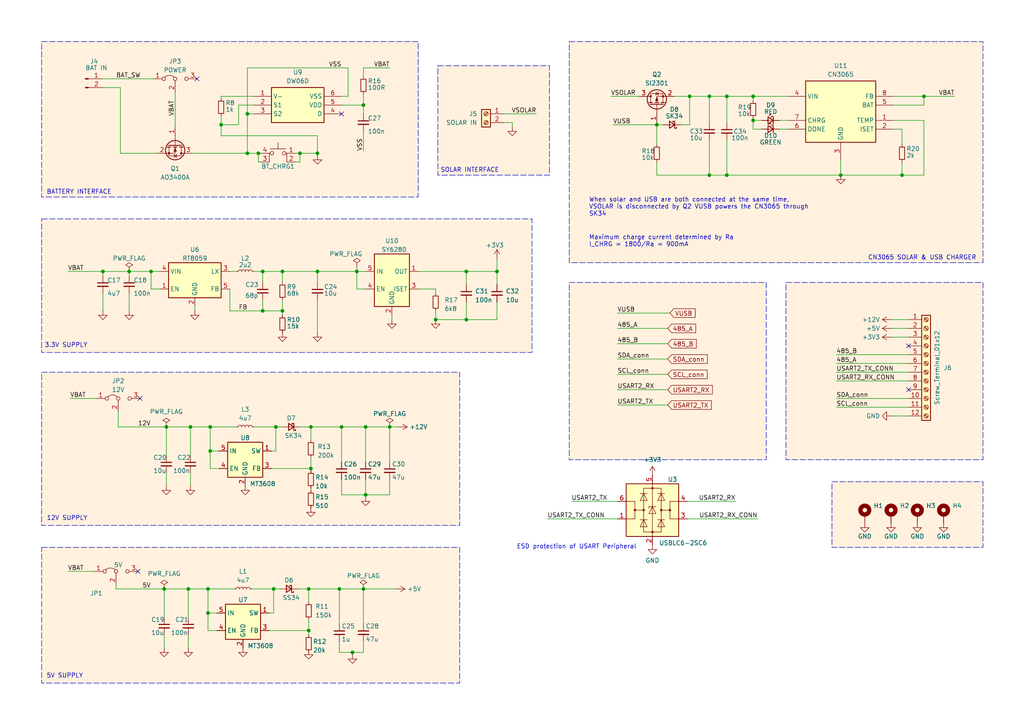
<source format=kicad_sch>
(kicad_sch (version 20230121) (generator eeschema)
  (paper "A4")
  (title_block (title "LoST 9632 Board") (date "2023-08-15") (rev "v1b") (company "SenseA Labs"))
  (junction (at 64.135 36.195))
  (junction (at 105.41 30.48))
  (junction (at 102.235 189.23))
  (junction (at 71.755 33.02))
  (junction (at 126.365 92.71))
  (junction (at 106.045 143.51))
  (junction (at 113.03 123.825))
  (junction (at 90.17 135.89))
  (junction (at 60.96 123.825))
  (junction (at 205.74 50.8))
  (junction (at 81.915 90.17))
  (junction (at 54.61 170.815))
  (junction (at 106.045 123.825))
  (junction (at 210.82 50.8))
  (junction (at 76.2 90.17))
  (junction (at 98.425 170.815))
  (junction (at 218.44 27.94))
  (junction (at 43.815 78.74))
  (junction (at 60.96 130.81))
  (junction (at 210.82 27.94))
  (junction (at 89.535 182.88))
  (junction (at 76.2 78.74))
  (junction (at 218.44 34.925))
  (junction (at 89.535 170.815))
  (junction (at 86.995 44.45))
  (junction (at 79.375 170.815))
  (junction (at 48.26 123.825))
  (junction (at 60.325 177.8))
  (junction (at 205.74 27.94))
  (junction (at 135.255 78.74))
  (junction (at 103.505 78.74))
  (junction (at 37.465 78.74))
  (junction (at 267.97 27.94))
  (junction (at 200.025 27.94))
  (junction (at 74.93 44.45))
  (junction (at 135.255 92.71))
  (junction (at 47.625 170.815))
  (junction (at 92.075 44.45))
  (junction (at 92.075 78.74))
  (junction (at 99.06 123.825))
  (junction (at 60.325 170.815))
  (junction (at 81.915 78.74))
  (junction (at 90.17 123.825))
  (junction (at 261.62 50.8))
  (junction (at 243.84 50.8))
  (junction (at 71.755 44.45))
  (junction (at 190.5 36.195))
  (junction (at 29.845 78.74))
  (junction (at 144.145 78.74))
  (junction (at 80.01 123.825))
  (junction (at 55.245 123.825))
  (junction (at 105.41 170.815))
  (no_connect (at 57.15 22.86))
  (no_connect (at 263.525 100.33))
  (no_connect (at 99.06 33.02))
  (no_connect (at 40.64 115.57))
  (no_connect (at 40.005 165.735))
  (no_connect (at 263.525 113.03))
  (wire (pts (xy 100.965 19.685) (xy 100.965 27.94)))
  (wire (pts (xy 73.025 170.815) (xy 79.375 170.815)))
  (wire (pts (xy 259.08 34.925) (xy 267.97 34.925)))
  (wire (pts (xy 90.17 141.605) (xy 90.17 142.24)))
  (wire (pts (xy 66.675 90.17) (xy 66.675 83.82)))
  (wire (pts (xy 99.06 143.51) (xy 106.045 143.51)))
  (wire (pts (xy 144.145 78.74) (xy 144.145 82.55)))
  (wire (pts (xy 144.145 92.71) (xy 135.255 92.71)))
  (wire (pts (xy 259.08 30.48) (xy 267.97 30.48)))
  (wire (pts (xy 85.725 44.45) (xy 86.995 44.45)))
  (wire (pts (xy 86.995 123.825) (xy 90.17 123.825)))
  (wire (pts (xy 73.66 33.02) (xy 71.755 33.02)))
  (wire (pts (xy 258.445 92.71) (xy 263.525 92.71)))
  (wire (pts (xy 179.07 99.695) (xy 193.675 99.695)))
  (wire (pts (xy 135.255 87.63) (xy 135.255 92.71)))
  (wire (pts (xy 29.845 22.86) (xy 44.45 22.86)))
  (wire (pts (xy 190.5 50.8) (xy 205.74 50.8)))
  (wire (pts (xy 103.505 78.74) (xy 106.045 78.74)))
  (wire (pts (xy 99.06 143.51) (xy 99.06 139.065)))
  (wire (pts (xy 64.135 39.37) (xy 64.135 36.195)))
  (wire (pts (xy 98.425 170.815) (xy 105.41 170.815)))
  (wire (pts (xy 220.98 37.465) (xy 218.44 37.465)))
  (wire (pts (xy 86.36 170.815) (xy 89.535 170.815)))
  (wire (pts (xy 55.245 123.825) (xy 60.96 123.825)))
  (wire (pts (xy 90.17 135.89) (xy 90.17 132.715)))
  (wire (pts (xy 60.325 177.8) (xy 60.325 170.815)))
  (wire (pts (xy 261.62 46.99) (xy 261.62 50.8)))
  (wire (pts (xy 76.2 90.17) (xy 81.915 90.17)))
  (wire (pts (xy 218.44 34.925) (xy 218.44 34.29)))
  (wire (pts (xy 135.255 78.74) (xy 144.145 78.74)))
  (wire (pts (xy 55.245 140.97) (xy 55.245 137.16)))
  (wire (pts (xy 200.025 36.195) (xy 200.025 27.94)))
  (wire (pts (xy 190.5 46.99) (xy 190.5 50.8)))
  (wire (pts (xy 98.425 180.975) (xy 98.425 170.815)))
  (wire (pts (xy 242.57 110.49) (xy 263.525 110.49)))
  (wire (pts (xy 190.5 35.56) (xy 190.5 36.195)))
  (wire (pts (xy 179.07 90.805) (xy 194.31 90.805)))
  (wire (pts (xy 200.025 27.94) (xy 205.74 27.94)))
  (wire (pts (xy 34.925 25.4) (xy 34.925 44.45)))
  (wire (pts (xy 79.375 177.8) (xy 79.375 170.815)))
  (wire (pts (xy 105.41 19.685) (xy 105.41 22.225)))
  (wire (pts (xy 81.915 90.17) (xy 81.915 91.44)))
  (wire (pts (xy 92.075 39.37) (xy 92.075 44.45)))
  (wire (pts (xy 218.44 27.94) (xy 218.44 29.21)))
  (wire (pts (xy 78.74 135.89) (xy 90.17 135.89)))
  (wire (pts (xy 73.66 123.825) (xy 80.01 123.825)))
  (wire (pts (xy 146.05 35.56) (xy 148.59 35.56)))
  (wire (pts (xy 99.06 30.48) (xy 105.41 30.48)))
  (wire (pts (xy 190.5 41.91) (xy 190.5 36.195)))
  (wire (pts (xy 105.41 180.975) (xy 105.41 170.815)))
  (wire (pts (xy 199.39 150.495) (xy 219.71 150.495)))
  (wire (pts (xy 242.57 107.95) (xy 263.525 107.95)))
  (wire (pts (xy 242.57 115.57) (xy 263.525 115.57)))
  (wire (pts (xy 106.045 83.82) (xy 103.505 83.82)))
  (wire (pts (xy 113.03 123.825) (xy 106.045 123.825)))
  (wire (pts (xy 55.88 44.45) (xy 71.755 44.45)))
  (wire (pts (xy 19.685 78.74) (xy 29.845 78.74)))
  (wire (pts (xy 102.235 189.23) (xy 105.41 189.23)))
  (wire (pts (xy 71.755 19.685) (xy 71.755 33.02)))
  (wire (pts (xy 179.07 117.475) (xy 193.675 117.475)))
  (wire (pts (xy 98.425 189.23) (xy 102.235 189.23)))
  (wire (pts (xy 218.44 34.925) (xy 220.98 34.925)))
  (wire (pts (xy 47.625 187.96) (xy 47.625 184.15)))
  (wire (pts (xy 226.06 34.925) (xy 228.6 34.925)))
  (wire (pts (xy 81.915 86.995) (xy 81.915 90.17)))
  (wire (pts (xy 89.535 170.815) (xy 89.535 174.625)))
  (wire (pts (xy 48.26 123.825) (xy 55.245 123.825)))
  (wire (pts (xy 92.075 86.995) (xy 92.075 96.52)))
  (wire (pts (xy 54.61 187.96) (xy 54.61 184.15)))
  (wire (pts (xy 46.355 83.82) (xy 43.815 83.82)))
  (wire (pts (xy 69.215 36.195) (xy 64.135 36.195)))
  (wire (pts (xy 62.865 182.88) (xy 60.325 182.88)))
  (wire (pts (xy 205.74 50.8) (xy 210.82 50.8)))
  (wire (pts (xy 259.08 37.465) (xy 261.62 37.465)))
  (wire (pts (xy 144.145 87.63) (xy 144.145 92.71)))
  (wire (pts (xy 29.845 90.17) (xy 29.845 85.09)))
  (wire (pts (xy 92.075 39.37) (xy 64.135 39.37)))
  (wire (pts (xy 113.03 133.985) (xy 113.03 123.825)))
  (wire (pts (xy 261.62 50.8) (xy 243.84 50.8)))
  (wire (pts (xy 60.96 123.825) (xy 68.58 123.825)))
  (wire (pts (xy 78.105 182.88) (xy 89.535 182.88)))
  (wire (pts (xy 218.44 27.94) (xy 228.6 27.94)))
  (wire (pts (xy 48.26 123.825) (xy 48.26 132.08)))
  (wire (pts (xy 73.66 78.74) (xy 76.2 78.74)))
  (wire (pts (xy 92.075 44.45) (xy 92.075 45.085)))
  (wire (pts (xy 102.235 189.865) (xy 102.235 189.23)))
  (wire (pts (xy 71.755 33.02) (xy 71.755 44.45)))
  (wire (pts (xy 135.255 82.55) (xy 135.255 78.74)))
  (wire (pts (xy 63.5 130.81) (xy 60.96 130.81)))
  (wire (pts (xy 90.17 123.825) (xy 90.17 127.635)))
  (wire (pts (xy 113.03 143.51) (xy 113.03 139.065)))
  (wire (pts (xy 267.97 30.48) (xy 267.97 27.94)))
  (wire (pts (xy 85.725 46.99) (xy 86.995 46.99)))
  (wire (pts (xy 210.82 40.64) (xy 210.82 50.8)))
  (wire (pts (xy 179.07 95.25) (xy 193.675 95.25)))
  (wire (pts (xy 90.17 136.525) (xy 90.17 135.89)))
  (wire (pts (xy 242.57 102.87) (xy 263.525 102.87)))
  (wire (pts (xy 205.74 35.56) (xy 205.74 27.94)))
  (wire (pts (xy 190.5 36.195) (xy 192.405 36.195)))
  (wire (pts (xy 29.845 78.74) (xy 37.465 78.74)))
  (wire (pts (xy 47.625 170.815) (xy 47.625 179.07)))
  (wire (pts (xy 158.75 150.495) (xy 179.07 150.495)))
  (wire (pts (xy 99.06 133.985) (xy 99.06 123.825)))
  (wire (pts (xy 78.105 177.8) (xy 79.375 177.8)))
  (wire (pts (xy 126.365 92.71) (xy 126.365 90.17)))
  (wire (pts (xy 73.66 30.48) (xy 69.215 30.48)))
  (wire (pts (xy 126.365 83.82) (xy 126.365 85.09)))
  (wire (pts (xy 19.685 165.735) (xy 27.305 165.735)))
  (wire (pts (xy 210.82 27.94) (xy 218.44 27.94)))
  (wire (pts (xy 135.255 92.71) (xy 126.365 92.71)))
  (wire (pts (xy 60.325 170.815) (xy 67.945 170.815)))
  (wire (pts (xy 76.2 90.17) (xy 76.2 86.995)))
  (wire (pts (xy 105.41 189.23) (xy 105.41 186.055)))
  (wire (pts (xy 177.8 36.195) (xy 190.5 36.195)))
  (wire (pts (xy 121.285 78.74) (xy 135.255 78.74)))
  (wire (pts (xy 69.215 30.48) (xy 69.215 36.195)))
  (wire (pts (xy 33.655 170.815) (xy 47.625 170.815)))
  (wire (pts (xy 267.97 34.925) (xy 267.97 50.8)))
  (wire (pts (xy 89.535 189.23) (xy 89.535 188.595)))
  (wire (pts (xy 210.82 27.94) (xy 210.82 35.56)))
  (wire (pts (xy 60.325 182.88) (xy 60.325 177.8)))
  (wire (pts (xy 50.8 26.67) (xy 50.8 36.83)))
  (wire (pts (xy 103.505 77.47) (xy 103.505 78.74)))
  (wire (pts (xy 267.97 50.8) (xy 261.62 50.8)))
  (wire (pts (xy 80.01 123.825) (xy 81.915 123.825)))
  (wire (pts (xy 37.465 80.01) (xy 37.465 78.74)))
  (wire (pts (xy 226.06 37.465) (xy 228.6 37.465)))
  (wire (pts (xy 81.915 78.74) (xy 92.075 78.74)))
  (wire (pts (xy 205.74 27.94) (xy 210.82 27.94)))
  (wire (pts (xy 218.44 37.465) (xy 218.44 34.925)))
  (wire (pts (xy 106.045 143.51) (xy 106.045 144.145)))
  (wire (pts (xy 199.39 145.415) (xy 213.36 145.415)))
  (wire (pts (xy 43.815 83.82) (xy 43.815 78.74)))
  (wire (pts (xy 179.07 104.14) (xy 193.675 104.14)))
  (wire (pts (xy 54.61 170.815) (xy 54.61 179.07)))
  (wire (pts (xy 195.58 27.94) (xy 200.025 27.94)))
  (wire (pts (xy 99.06 123.825) (xy 90.17 123.825)))
  (wire (pts (xy 197.485 36.195) (xy 200.025 36.195)))
  (wire (pts (xy 106.045 143.51) (xy 113.03 143.51)))
  (wire (pts (xy 76.2 78.74) (xy 76.2 81.915)))
  (wire (pts (xy 89.535 182.88) (xy 89.535 179.705)))
  (wire (pts (xy 78.74 130.81) (xy 80.01 130.81)))
  (wire (pts (xy 64.135 27.94) (xy 64.135 28.575)))
  (wire (pts (xy 267.97 27.94) (xy 276.86 27.94)))
  (wire (pts (xy 64.135 36.195) (xy 64.135 33.655)))
  (wire (pts (xy 47.625 170.815) (xy 54.61 170.815)))
  (wire (pts (xy 92.075 78.74) (xy 103.505 78.74)))
  (wire (pts (xy 179.07 113.03) (xy 193.675 113.03)))
  (wire (pts (xy 179.07 108.585) (xy 193.675 108.585)))
  (wire (pts (xy 74.93 46.99) (xy 75.565 46.99)))
  (wire (pts (xy 34.925 44.45) (xy 45.72 44.45)))
  (wire (pts (xy 98.425 186.055) (xy 98.425 189.23)))
  (wire (pts (xy 210.82 50.8) (xy 243.84 50.8)))
  (wire (pts (xy 243.84 50.8) (xy 243.84 46.355)))
  (wire (pts (xy 54.61 170.815) (xy 60.325 170.815)))
  (wire (pts (xy 74.93 46.99) (xy 74.93 44.45)))
  (wire (pts (xy 63.5 135.89) (xy 60.96 135.89)))
  (wire (pts (xy 99.06 123.825) (xy 106.045 123.825)))
  (wire (pts (xy 121.285 83.82) (xy 126.365 83.82)))
  (wire (pts (xy 86.995 46.99) (xy 86.995 44.45)))
  (wire (pts (xy 103.505 83.82) (xy 103.505 78.74)))
  (wire (pts (xy 29.845 25.4) (xy 34.925 25.4)))
  (wire (pts (xy 81.915 78.74) (xy 81.915 81.915)))
  (wire (pts (xy 261.62 37.465) (xy 261.62 41.91)))
  (wire (pts (xy 105.41 170.815) (xy 114.935 170.815)))
  (wire (pts (xy 106.045 133.985) (xy 106.045 123.825)))
  (wire (pts (xy 66.675 78.74) (xy 68.58 78.74)))
  (wire (pts (xy 105.41 30.48) (xy 105.41 33.02)))
  (wire (pts (xy 242.57 118.11) (xy 263.525 118.11)))
  (wire (pts (xy 74.93 44.45) (xy 75.565 44.45)))
  (wire (pts (xy 205.74 40.64) (xy 205.74 50.8)))
  (wire (pts (xy 98.425 170.815) (xy 89.535 170.815)))
  (wire (pts (xy 76.2 78.74) (xy 81.915 78.74)))
  (wire (pts (xy 100.965 27.94) (xy 99.06 27.94)))
  (wire (pts (xy 105.41 38.1) (xy 105.41 43.815)))
  (wire (pts (xy 113.665 92.71) (xy 113.665 91.44)))
  (wire (pts (xy 60.96 135.89) (xy 60.96 130.81)))
  (wire (pts (xy 29.845 80.01) (xy 29.845 78.74)))
  (wire (pts (xy 258.445 95.25) (xy 263.525 95.25)))
  (wire (pts (xy 60.96 130.81) (xy 60.96 123.825)))
  (wire (pts (xy 92.075 78.74) (xy 92.075 81.915)))
  (wire (pts (xy 106.045 139.065) (xy 106.045 143.51)))
  (wire (pts (xy 55.245 123.825) (xy 55.245 132.08)))
  (wire (pts (xy 144.145 74.93) (xy 144.145 78.74)))
  (wire (pts (xy 33.655 169.545) (xy 33.655 170.815)))
  (wire (pts (xy 165.735 145.415) (xy 179.07 145.415)))
  (wire (pts (xy 258.445 97.79) (xy 263.525 97.79)))
  (wire (pts (xy 34.29 119.38) (xy 34.29 123.825)))
  (wire (pts (xy 71.755 44.45) (xy 74.93 44.45)))
  (wire (pts (xy 66.675 90.17) (xy 76.2 90.17)))
  (wire (pts (xy 115.57 123.825) (xy 113.03 123.825)))
  (wire (pts (xy 148.59 35.56) (xy 148.59 36.83)))
  (wire (pts (xy 79.375 170.815) (xy 81.28 170.815)))
  (wire (pts (xy 86.995 44.45) (xy 92.075 44.45)))
  (wire (pts (xy 73.66 27.94) (xy 64.135 27.94)))
  (wire (pts (xy 242.57 105.41) (xy 263.525 105.41)))
  (wire (pts (xy 37.465 78.74) (xy 43.815 78.74)))
  (wire (pts (xy 34.29 123.825) (xy 48.26 123.825)))
  (wire (pts (xy 37.465 90.17) (xy 37.465 85.09)))
  (wire (pts (xy 71.755 19.685) (xy 100.965 19.685)))
  (wire (pts (xy 62.865 177.8) (xy 60.325 177.8)))
  (wire (pts (xy 20.32 115.57) (xy 27.94 115.57)))
  (wire (pts (xy 48.26 140.97) (xy 48.26 137.16)))
  (wire (pts (xy 89.535 184.15) (xy 89.535 182.88)))
  (wire (pts (xy 267.97 27.94) (xy 259.08 27.94)))
  (wire (pts (xy 43.815 78.74) (xy 46.355 78.74)))
  (wire (pts (xy 177.165 27.94) (xy 185.42 27.94)))
  (wire (pts (xy 113.03 19.685) (xy 105.41 19.685)))
  (wire (pts (xy 258.445 120.65) (xy 263.525 120.65)))
  (wire (pts (xy 146.05 33.02) (xy 155.575 33.02)))
  (wire (pts (xy 56.515 90.17) (xy 56.515 88.9)))
  (wire (pts (xy 80.01 130.81) (xy 80.01 123.825)))
  (wire (pts (xy 105.41 27.305) (xy 105.41 30.48)))
  (rectangle (start 12.065 12.065) (end 121.285 57.15) (stroke (width 0) (type dash)) (fill (type color) (color 255 229 191 0.5)))
  (rectangle (start 127 19.05) (end 159.385 50.8) (stroke (width 0) (type dash)) (fill (type color) (color 255 229 191 0.5)))
  (rectangle (start 241.3 139.7) (end 285.115 158.75) (stroke (width 0) (type dash)) (fill (type color) (color 255 229 191 0.5)))
  (rectangle (start 227.965 81.915) (end 285.115 133.35) (stroke (width 0) (type dash)) (fill (type color) (color 255 229 191 0.5)))
  (rectangle (start 12.065 107.95) (end 133.35 152.4) (stroke (width 0) (type dash)) (fill (type color) (color 255 229 191 0.5)))
  (rectangle (start 165.1 12.065) (end 285.115 76.2) (stroke (width 0) (type dash)) (fill (type color) (color 255 229 191 0.5)))
  (rectangle (start 12.065 158.75) (end 133.35 198.12) (stroke (width 0) (type dash)) (fill (type color) (color 255 229 191 0.5)))
  (rectangle (start 12.065 63.5) (end 154.305 102.235) (stroke (width 0) (type dash)) (fill (type color) (color 255 229 191 0.5)))
  (rectangle (start 165.1 81.915) (end 222.25 133.35) (stroke (width 0) (type dash)) (fill (type color) (color 255 229 191 0.5)))
  (text "5V SUPPLY" (at 24.13 196.85 0) (effects (font (size 1.27 1.27)) (justify right bottom)))
  (text "BATTERY INTERFACE" (at 32.385 56.515 0) (effects (font (size 1.27 1.27)) (justify right bottom)))
  (text "3.3V SUPPLY" (at 25.4 100.965 0) (effects (font (size 1.27 1.27)) (justify right bottom)))
  (text "ESD protection of USART Peripheral" (at 149.86 159.385 0) (effects (font (size 1.27 1.27)) (justify left bottom)))
  (text "SOLAR INTERFACE" (at 144.78 50.165 0) (effects (font (size 1.27 1.27)) (justify right bottom)))
  (text "CN3065 SOLAR & USB CHARGER" (at 283.21 75.565 0) (effects (font (size 1.27 1.27)) (justify right bottom)))
  (text "12V SUPPLY" (at 25.4 151.13 0) (effects (font (size 1.27 1.27)) (justify right bottom)))
  (text "Maximum charge current determined by Ra\nI_CHRG = 1800/Ra = 900mA" (at 170.815 71.755 0) (effects (font (size 1.27 1.27)) (justify left bottom)))
  (text "When solar and USB are both connected at the same time,\nVSOLAR is disconnected by Q2 VUSB powers the CN3065 through\nSK34" (at 170.815 62.865 0) (effects (font (size 1.27 1.27)) (justify left bottom)))
  (label "VBAT" (at 276.86 27.94 180))
  (label "FB" (at 69.215 90.17 0))
  (label "SCL_conn" (at 242.57 118.11 0))
  (label "5V" (at 41.275 170.815 0))
  (label "USART2_TX_CONN" (at 242.57 107.95 0))
  (label "VSOLAR" (at 155.575 33.02 180))
  (label "VSOLAR" (at 177.165 27.94 0))
  (label "SCL_conn" (at 179.07 108.585 0))
  (label "VBAT" (at 19.685 78.74 0))
  (label "USART2_TX" (at 165.735 145.415 0))
  (label "VBAT" (at 20.32 115.57 0))
  (label "USART2_RX_CONN" (at 219.71 150.495 180))
  (label "USART2_RX" (at 179.07 113.03 0))
  (label "USART2_TX" (at 179.07 117.475 0))
  (label "VUSB" (at 179.07 90.805 0))
  (label "SDA_conn" (at 242.57 115.57 0))
  (label "USART2_RX_CONN" (at 242.57 110.49 0))
  (label "12V" (at 40.005 123.825 0))
  (label "VSS" (at 105.41 43.815 90))
  (label "USART2_RX" (at 213.36 145.415 180))
  (label "485_B" (at 242.57 102.87 0))
  (label "VUSB" (at 177.8 36.195 0))
  (label "VSS" (at 99.06 19.685 180))
  (label "VBAT" (at 19.685 165.735 0))
  (label "485_A" (at 242.57 105.41 0))
  (label "USART2_TX_CONN" (at 158.75 150.495 0))
  (label "VBAT" (at 50.8 33.655 90))
  (label "485_B" (at 179.07 99.695 0))
  (label "VBAT" (at 113.03 19.685 180))
  (label "SDA_conn" (at 179.07 104.14 0))
  (label "BAT_SW" (at 33.655 22.86 0))
  (label "485_A" (at 179.07 95.25 0))
  (global_label "485_A" (shape input) (at 193.675 95.25 0) (property "Intersheetrefs" "${INTERSHEET_REFS}" (effects hide)))
  (global_label "VUSB" (shape input) (at 194.31 90.805 0) (property "Intersheetrefs" "${INTERSHEET_REFS}" (effects hide)))
  (global_label "SCL_conn" (shape input) (at 193.675 108.585 0) (property "Intersheetrefs" "${INTERSHEET_REFS}" (effects hide)))
  (global_label "SDA_conn" (shape input) (at 193.675 104.14 0) (property "Intersheetrefs" "${INTERSHEET_REFS}" (effects hide)))
  (global_label "USART2_RX" (shape input) (at 193.675 113.03 0) (property "Intersheetrefs" "${INTERSHEET_REFS}" (effects hide)))
  (global_label "USART2_TX" (shape input) (at 193.675 117.475 0) (property "Intersheetrefs" "${INTERSHEET_REFS}" (effects hide)))
  (global_label "485_B" (shape input) (at 193.675 99.695 0) (property "Intersheetrefs" "${INTERSHEET_REFS}" (effects hide)))
  (symbol (lib_id "power:+12V") (at 115.57 123.825 270) (unit 1)
    (property "Reference" "#PWR054" (effects hide))
    (property "Value" "+12V" (at 118.745 123.825 90) (effects (justify left)))
    (instances (project "STM32 x RFM96 v2" (path "" (reference "#PWR054") (unit 1))) (project "NPK_Board" (path "" (reference "#PWR017") (unit 1)) (path "" (reference "#PWR028") (unit 1))) (project "NPK_Board x RFM96" (path "" (reference "#PWR054") (unit 1))))
  )
  (symbol (lib_id "Device:D_Schottky_Small") (at 194.945 36.195 180) (unit 1)
    (property "Reference" "D8" (at 195.58 31.75 0))
    (property "Value" "SK34" (at 195.58 33.655 0))
    (property "Footprint" "Diode_SMD:D_0603_1608Metric" (effects hide))
    (property "Datasheet" "https://datasheet.lcsc.com/lcsc/2208221800_MSKSEMI-SK34_C5140034.pdf" (effects hide))
    (instances (project "STM32 x RFM96 v2" (path "" (reference "D8") (unit 1))) (project "NPK_Board" (path "" (reference "D2") (unit 1)) (path "" (reference "D2") (unit 1))) (project "NPK_Board x RFM96" (path "" (reference "D8") (unit 1))))
  )
  (symbol (lib_id "Device:L_Small") (at 71.12 123.825 90) (unit 1)
    (property "Reference" "L3" (at 71.12 118.745 90))
    (property "Value" "4u7" (at 71.12 121.285 90))
    (property "Footprint" "Inductor_SMD:L_Sunlord_SWPA4030S" (effects hide))
    (instances (project "STM32 x RFM96 v2" (path "" (reference "L3") (unit 1))) (project "NPK_Board" (path "" (reference "L3") (unit 1)) (path "" (reference "L3") (unit 1))) (project "NPK_Board x RFM96" (path "" (reference "L3") (unit 1))) (project "STLoRa_Carrier_Board" (path "" (reference "L1") (unit 1))))
  )
  (symbol (lib_id "Device:LED_Small") (at 223.52 34.925 0) (mirror y) (unit 1)
    (property "Reference" "D9" (at 223.52 30.48 0))
    (property "Value" "RED" (at 223.52 32.385 0))
    (property "Footprint" "LED_SMD:LED_0603_1608Metric" (effects hide))
    (instances (project "STM32 x RFM96 v2" (path "" (reference "D9") (unit 1))) (project "NPK_Board x RFM96" (path "" (reference "D2") (unit 1)) (path "" (reference "D9") (unit 1))))
  )
  (symbol (lib_id "Jumper:Jumper_3_Bridged12") (at 33.655 165.735 0) (unit 1)
    (property "Reference" "JP1" (at 27.94 172.085 0))
    (property "Value" "5V" (at 34.29 163.83 0))
    (property "Footprint" "Connector_PinHeader_2.54mm:PinHeader_1x03_P2.54mm_Vertical" (effects hide))
  )
  (symbol (lib_id "Device:R_Small") (at 105.41 24.765 0) (unit 1)
    (property "Reference" "R16" (at 106.68 23.495 0) (effects (justify left)))
    (property "Value" "100R" (at 106.68 25.4 0) (effects (justify left)))
    (property "Footprint" "Resistor_SMD:R_0603_1608Metric" (effects hide))
    (instances (project "STM32 x RFM96 v2" (path "" (reference "R16") (unit 1))) (project "NPK_Board" (path "" (reference "R1") (unit 1)) (path "" (reference "R2") (unit 1))) (project "NPK_Board x RFM96" (path "" (reference "R16") (unit 1))) (project "STLoRa_Carrier_Board" (path "" (reference "R1") (unit 1))))
  )
  (symbol (lib_id "Mechanical:MountingHole_Pad") (at 258.445 149.225 0) (unit 1)
    (property "Reference" "H2" (at 260.985 146.685 0) (effects (justify left)))
    (property "Value" "MountingHole_Pad" (effects hide))
    (property "Footprint" "MountingHole:MountingHole_2.2mm_M2_Pad" (effects hide))
  )
  (symbol (lib_id "Device:R_Small") (at 90.17 144.78 0) (mirror y) (unit 1)
    (property "Reference" "R15" (at 91.44 144.145 0) (effects (justify right)))
    (property "Value" "510" (at 91.44 146.685 0) (effects (justify right)))
    (property "Footprint" "Resistor_SMD:R_0603_1608Metric" (effects hide))
    (instances (project "STM32 x RFM96 v2" (path "" (reference "R15") (unit 1))) (project "NPK_Board" (path "" (reference "R8") (unit 1)) (path "" (reference "R8") (unit 1))) (project "NPK_Board x RFM96" (path "" (reference "R15") (unit 1))) (project "STLoRa_Carrier_Board" (path "" (reference "R3") (unit 1))))
  )
  (symbol (lib_id "power:GND") (at 273.685 151.765 0) (unit 1)
    (property "Reference" "#PWR066" (effects hide))
    (property "Value" "GND" (at 273.685 155.575 0))
  )
  (symbol (lib_id "power:GND") (at 89.535 188.595 0) (mirror y) (unit 1)
    (property "Reference" "#PWR046" (effects hide))
    (property "Value" "GND" (effects hide))
    (instances (project "STM32 x RFM96 v2" (path "" (reference "#PWR046") (unit 1))) (project "NPK_Board" (path "" (reference "#PWR028") (unit 1)) (path "" (reference "#PWR022") (unit 1))) (project "NPK_Board x RFM96" (path "" (reference "#PWR046") (unit 1))) (project "STLoRa_Carrier_Board" (path "" (reference "#PWR06") (unit 1))))
  )
  (symbol (lib_id "power:GND") (at 243.84 50.8 0) (unit 1)
    (property "Reference" "#PWR058" (effects hide))
    (property "Value" "GND" (effects hide))
    (instances (project "STM32 x RFM96 v2" (path "" (reference "#PWR058") (unit 1))) (project "NPK_Board" (path "" (reference "#PWR015") (unit 1)) (path "" (reference "#PWR09") (unit 1))) (project "NPK_Board x RFM96" (path "" (reference "#PWR058") (unit 1))) (project "STLoRa_Carrier_Board" (path "" (reference "#PWR07") (unit 1))))
  )
  (symbol (lib_id "Device:C_Small") (at 113.03 136.525 0) (unit 1)
    (property "Reference" "C30" (at 113.665 134.62 0) (effects (justify left)))
    (property "Value" "47u" (at 113.665 138.43 0) (effects (justify left)))
    (property "Footprint" "Capacitor_SMD:C_0805_2012Metric" (effects hide))
    (instances (project "STM32 x RFM96 v2" (path "" (reference "C30") (unit 1))) (project "NPK_Board" (path "" (reference "C26") (unit 1)) (path "" (reference "C26") (unit 1))) (project "NPK_Board x RFM96" (path "" (reference "C30") (unit 1))) (project "STLoRa_Carrier_Board" (path "" (reference "C3") (unit 1))))
  )
  (symbol (lib_id "power:GND") (at 70.485 187.96 0) (mirror y) (unit 1)
    (property "Reference" "#PWR043" (effects hide))
    (property "Value" "GND" (effects hide))
    (instances (project "STM32 x RFM96 v2" (path "" (reference "#PWR043") (unit 1))) (project "NPK_Board" (path "" (reference "#PWR022") (unit 1)) (path "" (reference "#PWR021") (unit 1))) (project "NPK_Board x RFM96" (path "" (reference "#PWR043") (unit 1))) (project "STLoRa_Carrier_Board" (path "" (reference "#PWR06") (unit 1))))
  )
  (symbol (lib_id "Device:R_Small") (at 218.44 31.75 0) (unit 1)
    (property "Reference" "R19" (at 213.995 31.115 0) (effects (justify left)))
    (property "Value" "10k" (at 213.995 33.02 0) (effects (justify left)))
    (property "Footprint" "Resistor_SMD:R_0603_1608Metric" (effects hide))
    (instances (project "STM32 x RFM96 v2" (path "" (reference "R19") (unit 1))) (project "NPK_Board" (path "" (reference "R3") (unit 1)) (path "" (reference "R1") (unit 1))) (project "NPK_Board x RFM96" (path "" (reference "R19") (unit 1))) (project "STLoRa_Carrier_Board" (path "" (reference "R3") (unit 1))))
  )
  (symbol (lib_id "power:GND") (at 113.665 92.71 0) (unit 1)
    (property "Reference" "#PWR052" (effects hide))
    (property "Value" "GND" (effects hide))
    (instances (project "STM32 x RFM96 v2" (path "" (reference "#PWR052") (unit 1))) (project "NPK_Board" (path "" (reference "#PWR016") (unit 1)) (path "" (reference "#PWR015") (unit 1))) (project "NPK_Board x RFM96" (path "" (reference "#PWR052") (unit 1))) (project "STLoRa_Carrier_Board" (path "" (reference "#PWR06") (unit 1))))
  )
  (symbol (lib_id "Regulator_Switching:MT3608") (at 70.485 180.34 0) (unit 1)
    (property "Reference" "U7" (at 70.485 173.99 0))
    (property "Value" "MT3608" (at 75.565 187.325 0))
    (property "Footprint" "Package_TO_SOT_SMD:SOT-23-6" (effects hide))
    (property "Datasheet" "https://www.olimex.com/Products/Breadboarding/BB-PWR-3608/resources/MT3608.pdf" (effects hide))
    (instances (project "STM32 x RFM96 v2" (path "" (reference "U7") (unit 1))) (project "NPK_Board" (path "" (reference "U3") (unit 1)) (path "" (reference "U3") (unit 1))) (project "NPK_Board x RFM96" (path "" (reference "U7") (unit 1))))
  )
  (symbol (lib_id "power:PWR_FLAG") (at 47.625 170.815 0) (unit 1)
    (property "Reference" "#FLG04" (effects hide))
    (property "Value" "PWR_FLAG" (at 47.625 166.37 0))
  )
  (symbol (lib_id "Connector:Screw_Terminal_01x02") (at 140.97 33.02 0) (mirror y) (unit 1)
    (property "Reference" "J5" (at 138.43 33.02 0) (effects (justify left)))
    (property "Value" "SOLAR IN" (at 138.43 35.56 0) (effects (justify left)))
    (property "Footprint" "TerminalBlock_Phoenix:TerminalBlock_Phoenix_MPT-0,5-2-2.54_1x02_P2.54mm_Horizontal" (effects hide))
  )
  (symbol (lib_id "Device:D_Schottky_Small") (at 83.82 170.815 180) (unit 1)
    (property "Reference" "D6" (at 83.82 168.275 0))
    (property "Value" "SS34" (at 84.455 173.355 0))
    (property "Footprint" "Diode_SMD:D_0603_1608Metric" (effects hide))
    (property "Datasheet" "https://datasheet.lcsc.com/lcsc/2110280930_YONGYUTAI-SS34_C2909963.pdf" (effects hide))
    (instances (project "STM32 x RFM96 v2" (path "" (reference "D6") (unit 1))) (project "NPK_Board" (path "" (reference "D2") (unit 1)) (path "" (reference "D2") (unit 1))) (project "NPK_Board x RFM96" (path "" (reference "D6") (unit 1))))
  )
  (symbol (lib_id "power:GND") (at 126.365 92.71 0) (unit 1)
    (property "Reference" "#PWR055" (effects hide))
    (property "Value" "GND" (effects hide))
    (instances (project "STM32 x RFM96 v2" (path "" (reference "#PWR055") (unit 1))) (project "NPK_Board" (path "" (reference "#PWR015") (unit 1)) (path "" (reference "#PWR09") (unit 1))) (project "NPK_Board x RFM96" (path "" (reference "#PWR055") (unit 1))) (project "STLoRa_Carrier_Board" (path "" (reference "#PWR07") (unit 1))))
  )
  (symbol (lib_id "Device:C_Small") (at 144.145 85.09 0) (unit 1)
    (property "Reference" "C32" (at 146.685 84.4613 0) (effects (justify left)))
    (property "Value" "10u" (at 146.685 87.0013 0) (effects (justify left)))
    (property "Footprint" "Capacitor_SMD:C_0603_1608Metric" (effects hide))
    (instances (project "STM32 x RFM96 v2" (path "" (reference "C32") (unit 1))) (project "NPK_Board" (path "" (reference "C19") (unit 1)) (path "" (reference "C7") (unit 1))) (project "NPK_Board x RFM96" (path "" (reference "C32") (unit 1))) (project "STLoRa_Carrier_Board" (path "" (reference "C6") (unit 1))))
  )
  (symbol (lib_id "Transistor_FET:Si2319CDS") (at 190.5 30.48 90) (unit 1)
    (property "Reference" "Q2" (at 190.5 21.59 90))
    (property "Value" "SI2301" (at 190.5 24.13 90))
    (property "Footprint" "Package_TO_SOT_SMD:SOT-23" (effects hide))
    (property "Datasheet" "https://datasheet.lcsc.com/lcsc/1808272021_Vishay-Intertech-SI2301CDS-T1-GE3_C10487.pdf" (effects hide))
  )
  (symbol (lib_id "Mechanical:MountingHole_Pad") (at 273.685 149.225 0) (unit 1)
    (property "Reference" "H4" (at 276.225 146.685 0) (effects (justify left)))
    (property "Value" "MountingHole_Pad" (effects hide))
    (property "Footprint" "MountingHole:MountingHole_2.2mm_M2_Pad" (effects hide))
  )
  (symbol (lib_id "power:+3V3") (at 144.145 74.93 0) (unit 1)
    (property "Reference" "#PWR056" (effects hide))
    (property "Value" "+3V3" (at 143.51 71.12 0))
  )
  (symbol (lib_id "power:+3V3") (at 189.23 137.795 0) (unit 1)
    (property "Reference" "#PWR067" (effects hide))
    (property "Value" "+3V3" (at 189.23 133.35 0))
    (instances (project "STM32 x RFM96 v2" (path "" (reference "#PWR067") (unit 1))) (project "NPK_Board x RFM96" (path "" (reference "#PWR062") (unit 1))))
  )
  (symbol (lib_id "Device:L_Small") (at 70.485 170.815 90) (unit 1)
    (property "Reference" "L1" (at 70.485 165.735 90))
    (property "Value" "4u7" (at 70.485 168.275 90))
    (property "Footprint" "Inductor_SMD:L_Sunlord_SWPA4030S" (effects hide))
    (instances (project "STM32 x RFM96 v2" (path "" (reference "L1") (unit 1))) (project "NPK_Board" (path "" (reference "L3") (unit 1)) (path "" (reference "L3") (unit 1))) (project "NPK_Board x RFM96" (path "" (reference "L1") (unit 1))) (project "STLoRa_Carrier_Board" (path "" (reference "L1") (unit 1))))
  )
  (symbol (lib_id "Device:C_Small") (at 76.2 84.455 0) (unit 1)
    (property "Reference" "C23" (at 71.12 82.55 0) (effects (justify left)))
    (property "Value" "68p" (at 71.12 85.725 0) (effects (justify left)))
    (property "Footprint" "Capacitor_SMD:C_0402_1005Metric" (effects hide))
    (instances (project "STM32 x RFM96 v2" (path "" (reference "C23") (unit 1))) (project "NPK_Board" (path "" (reference "C5") (unit 1)) (path "" (reference "C19") (unit 1))) (project "NPK_Board x RFM96" (path "" (reference "C23") (unit 1))) (project "STLoRa_Carrier_Board" (path "" (reference "C2") (unit 1))))
  )
  (symbol (lib_id "power:GND") (at 266.065 151.765 0) (unit 1)
    (property "Reference" "#PWR065" (effects hide))
    (property "Value" "GND" (at 266.065 155.575 0))
  )
  (symbol (lib_id "Device:C_Small") (at 47.625 181.61 0) (unit 1)
    (property "Reference" "C19" (at 43.815 179.705 0) (effects (justify left)))
    (property "Value" "10u" (at 43.815 183.515 0) (effects (justify left)))
    (property "Footprint" "Capacitor_SMD:C_0603_1608Metric" (effects hide))
    (instances (project "STM32 x RFM96 v2" (path "" (reference "C19") (unit 1))) (project "NPK_Board" (path "" (reference "C21") (unit 1)) (path "" (reference "C21") (unit 1))) (project "NPK_Board x RFM96" (path "" (reference "C19") (unit 1))) (project "STLoRa_Carrier_Board" (path "" (reference "C3") (unit 1))))
  )
  (symbol (lib_id "power:GND") (at 56.515 90.17 0) (unit 1)
    (property "Reference" "#PWR042" (effects hide))
    (property "Value" "GND" (effects hide))
    (instances (project "STM32 x RFM96 v2" (path "" (reference "#PWR042") (unit 1))) (project "NPK_Board" (path "" (reference "#PWR07") (unit 1)) (path "" (reference "#PWR08") (unit 1))) (project "NPK_Board x RFM96" (path "" (reference "#PWR042") (unit 1))) (project "STLoRa_Carrier_Board" (path "" (reference "#PWR03") (unit 1))))
  )
  (symbol (lib_id "Collins_Custom_Libs:RT8059") (at 56.515 81.28 0) (unit 1)
    (property "Reference" "U6" (at 56.515 72.39 0))
    (property "Value" "RT8059" (at 56.515 74.93 0))
    (property "Footprint" "Package_TO_SOT_SMD:SOT-23-5" (effects hide))
    (property "Datasheet" "https://datasheet.lcsc.com/lcsc/1811100910_Richtek-Tech-RT8059GJ5_C20542.pdf" (effects hide))
    (instances (project "STM32 x RFM96 v2" (path "" (reference "U6") (unit 1))) (project "NPK_Board" (path "" (reference "U1") (unit 1)) (path "" (reference "U1") (unit 1))) (project "NPK_Board x RFM96" (path "" (reference "U6") (unit 1))) (project "STLoRa_Carrier_Board" (path "" (reference "U1") (unit 1))))
  )
  (symbol (lib_id "power:GND") (at 92.075 45.085 0) (unit 1)
    (property "Reference" "#PWR048" (effects hide))
    (property "Value" "GND" (effects hide))
    (instances (project "STM32 x RFM96 v2" (path "" (reference "#PWR048") (unit 1))) (project "NPK_Board" (path "" (reference "#PWR07") (unit 1)) (path "" (reference "#PWR08") (unit 1))) (project "NPK_Board x RFM96" (path "" (reference "#PWR048") (unit 1))) (project "STLoRa_Carrier_Board" (path "" (reference "#PWR03") (unit 1))))
  )
  (symbol (lib_id "power:+5V") (at 258.445 95.25 90) (unit 1)
    (property "Reference" "#PWR061" (effects hide))
    (property "Value" "+5V" (at 255.27 95.25 90) (effects (justify left)))
  )
  (symbol (lib_id "Device:D_Schottky_Small") (at 84.455 123.825 180) (unit 1)
    (property "Reference" "D7" (at 84.455 121.285 0))
    (property "Value" "SK34" (at 85.09 126.365 0))
    (property "Footprint" "Diode_SMD:D_0603_1608Metric" (effects hide))
    (property "Datasheet" "https://datasheet.lcsc.com/lcsc/2208221800_MSKSEMI-SK34_C5140034.pdf" (effects hide))
    (instances (project "STM32 x RFM96 v2" (path "" (reference "D7") (unit 1))) (project "NPK_Board" (path "" (reference "D2") (unit 1)) (path "" (reference "D2") (unit 1))) (project "NPK_Board x RFM96" (path "" (reference "D7") (unit 1))))
  )
  (symbol (lib_id "Collins_Custom_Libs:DW06D") (at 73.66 27.94 0) (unit 1)
    (property "Reference" "U9" (at 86.36 20.955 0))
    (property "Value" "DW06D" (at 86.36 23.495 0))
    (property "Footprint" "Package_TO_SOT_SMD:SOT-23-6" (effects hide))
    (property "Datasheet" "https://www.alldatasheet.com/view.jsp?Searchword=DW06D" (effects hide))
    (property "Height" "1.24" (effects hide))
    (property "Manufacturer_Name" "SHENZHEN FUMAN ELECTRONICS CO., LTD." (effects hide))
    (property "Manufacturer_Part_Number" "DW06D" (effects hide))
  )
  (symbol (lib_id "power:GND") (at 92.075 96.52 0) (unit 1)
    (property "Reference" "#PWR049" (effects hide))
    (property "Value" "GND" (effects hide))
    (instances (project "STM32 x RFM96 v2" (path "" (reference "#PWR049") (unit 1))) (project "NPK_Board" (path "" (reference "#PWR09") (unit 1)) (path "" (reference "#PWR016") (unit 1))) (project "NPK_Board x RFM96" (path "" (reference "#PWR049") (unit 1))) (project "STLoRa_Carrier_Board" (path "" (reference "#PWR05") (unit 1))))
  )
  (symbol (lib_id "power:GND") (at 71.12 140.97 0) (mirror y) (unit 1)
    (property "Reference" "#PWR044" (effects hide))
    (property "Value" "GND" (effects hide))
    (instances (project "STM32 x RFM96 v2" (path "" (reference "#PWR044") (unit 1))) (project "NPK_Board" (path "" (reference "#PWR022") (unit 1)) (path "" (reference "#PWR021") (unit 1))) (project "NPK_Board x RFM96" (path "" (reference "#PWR044") (unit 1))) (project "STLoRa_Carrier_Board" (path "" (reference "#PWR06") (unit 1))))
  )
  (symbol (lib_id "Device:C_Small") (at 37.465 82.55 0) (unit 1)
    (property "Reference" "C18" (at 38.735 81.28 0) (effects (justify left)))
    (property "Value" "100n" (at 38.735 85.09 0) (effects (justify left)))
    (property "Footprint" "Capacitor_SMD:C_0402_1005Metric" (effects hide))
    (instances (project "STM32 x RFM96 v2" (path "" (reference "C18") (unit 1))) (project "NPK_Board" (path "" (reference "C8") (unit 1)) (path "" (reference "C6") (unit 1))) (project "NPK_Board x RFM96" (path "" (reference "C18") (unit 1))) (project "STLoRa_Carrier_Board" (path "" (reference "C1") (unit 1))))
  )
  (symbol (lib_id "Device:C_Small") (at 210.82 38.1 0) (unit 1)
    (property "Reference" "C34" (at 212.725 38.1 0) (effects (justify left)))
    (property "Value" "100n" (at 212.09 40.005 0) (effects (justify left)))
    (property "Footprint" "Capacitor_SMD:C_0603_1608Metric" (effects hide))
    (instances (project "STM32 x RFM96 v2" (path "" (reference "C34") (unit 1))) (project "NPK_Board" (path "" (reference "C20") (unit 1)) (path "" (reference "C8") (unit 1))) (project "NPK_Board x RFM96" (path "" (reference "C34") (unit 1))) (project "STLoRa_Carrier_Board" (path "" (reference "C5") (unit 1))))
  )
  (symbol (lib_id "power:GND") (at 106.045 144.145 0) (mirror y) (unit 1)
    (property "Reference" "#PWR051" (effects hide))
    (property "Value" "GND" (effects hide))
    (instances (project "STM32 x RFM96 v2" (path "" (reference "#PWR051") (unit 1))) (project "NPK_Board" (path "" (reference "#PWR027") (unit 1)) (path "" (reference "#PWR027") (unit 1))) (project "NPK_Board x RFM96" (path "" (reference "#PWR051") (unit 1))) (project "STLoRa_Carrier_Board" (path "" (reference "#PWR06") (unit 1))))
  )
  (symbol (lib_id "Device:R_Small") (at 261.62 44.45 0) (unit 1)
    (property "Reference" "R20" (at 262.89 43.18 0) (effects (justify left)))
    (property "Value" "2k" (at 262.89 45.085 0) (effects (justify left)))
    (property "Footprint" "Resistor_SMD:R_0603_1608Metric" (effects hide))
    (instances (project "STM32 x RFM96 v2" (path "" (reference "R20") (unit 1))) (project "NPK_Board" (path "" (reference "R3") (unit 1)) (path "" (reference "R1") (unit 1))) (project "NPK_Board x RFM96" (path "" (reference "R20") (unit 1))) (project "STLoRa_Carrier_Board" (path "" (reference "R3") (unit 1))))
  )
  (symbol (lib_id "Collins_Custom_Libs:CN3065") (at 228.6 26.035 0) (unit 1)
    (property "Reference" "U11" (at 243.84 19.05 0))
    (property "Value" "CN3065" (at 243.84 21.59 0))
    (property "Footprint" "Collins_Custom_Libs:SON50P300X300X90-9N-D" (effects hide))
    (property "Datasheet" "https://raw.githubusercontent.com/SeeedDocument/Lipo_Rider_Pro/master/res/DSE-CN3065.pdf" (effects hide))
    (property "Height" "0.9" (effects hide))
    (property "Manufacturer_Name" "Consonance" (effects hide))
    (property "Manufacturer_Part_Number" "CN3065" (effects hide))
  )
  (symbol (lib_id "power:GND") (at 48.26 140.97 0) (mirror y) (unit 1)
    (property "Reference" "#PWR039" (effects hide))
    (property "Value" "GND" (effects hide))
    (instances (project "STM32 x RFM96 v2" (path "" (reference "#PWR039") (unit 1))) (project "NPK_Board" (path "" (reference "#PWR020") (unit 1)) (path "" (reference "#PWR017") (unit 1))) (project "NPK_Board x RFM96" (path "" (reference "#PWR039") (unit 1))) (project "STLoRa_Carrier_Board" (path "" (reference "#PWR06") (unit 1))))
  )
  (symbol (lib_id "Collins_Custom_Libs:SY6280") (at 113.665 81.28 0) (unit 1)
    (property "Reference" "U10" (at 113.665 69.85 0))
    (property "Value" "SY6280" (at 114.3 72.39 0))
    (property "Footprint" "Package_TO_SOT_SMD:SOT-23-5" (effects hide))
    (property "Datasheet" "https://datasheet.lcsc.com/lcsc/1810121532_Silergy-Corp-SY6280AAC_C55136.pdf" (effects hide))
    (instances (project "STM32 x RFM96 v2" (path "" (reference "U10") (unit 1))) (project "NPK_Board" (path "" (reference "U2") (unit 1)) (path "" (reference "U2") (unit 1))) (project "NPK_Board x RFM96" (path "" (reference "U10") (unit 1))) (project "STLoRa_Carrier_Board" (path "" (reference "U2") (unit 1))))
  )
  (symbol (lib_id "power:GND") (at 90.17 147.32 0) (mirror y) (unit 1)
    (property "Reference" "#PWR047" (effects hide))
    (property "Value" "GND" (effects hide))
    (instances (project "STM32 x RFM96 v2" (path "" (reference "#PWR047") (unit 1))) (project "NPK_Board" (path "" (reference "#PWR028") (unit 1)) (path "" (reference "#PWR022") (unit 1))) (project "NPK_Board x RFM96" (path "" (reference "#PWR047") (unit 1))) (project "STLoRa_Carrier_Board" (path "" (reference "#PWR06") (unit 1))))
  )
  (symbol (lib_id "power:+3V3") (at 258.445 97.79 90) (unit 1)
    (property "Reference" "#PWR062" (effects hide))
    (property "Value" "+3V3" (at 255.27 97.79 90) (effects (justify left)))
  )
  (symbol (lib_id "Mechanical:MountingHole_Pad") (at 266.065 149.225 0) (unit 1)
    (property "Reference" "H3" (at 268.605 146.685 0) (effects (justify left)))
    (property "Value" "MountingHole_Pad" (effects hide))
    (property "Footprint" "MountingHole:MountingHole_2.2mm_M2_Pad" (effects hide))
  )
  (symbol (lib_id "Device:C_Small") (at 55.245 134.62 0) (unit 1)
    (property "Reference" "C22" (at 51.435 132.715 0) (effects (justify left)))
    (property "Value" "100n" (at 50.165 136.525 0) (effects (justify left)))
    (property "Footprint" "Capacitor_SMD:C_0603_1608Metric" (effects hide))
    (instances (project "STM32 x RFM96 v2" (path "" (reference "C22") (unit 1))) (project "NPK_Board" (path "" (reference "C22") (unit 1)) (path "" (reference "C22") (unit 1))) (project "NPK_Board x RFM96" (path "" (reference "C22") (unit 1))) (project "STLoRa_Carrier_Board" (path "" (reference "C3") (unit 1))))
  )
  (symbol (lib_id "power:PWR_FLAG") (at 37.465 78.74 0) (unit 1)
    (property "Reference" "#FLG03" (effects hide))
    (property "Value" "PWR_FLAG" (at 37.465 74.93 0))
    (instances (project "STM32 x RFM96 v2" (path "" (reference "#FLG03") (unit 1))) (project "NPK_Board" (path "" (reference "#FLG01") (unit 1)) (path "" (reference "#FLG01") (unit 1))) (project "NPK_Board x RFM96" (path "" (reference "#FLG03") (unit 1))) (project "STLoRa_Carrier_Board" (path "" (reference "#FLG03") (unit 1))))
  )
  (symbol (lib_id "power:GND") (at 55.245 140.97 0) (mirror y) (unit 1)
    (property "Reference" "#PWR041" (effects hide))
    (property "Value" "GND" (effects hide))
    (instances (project "STM32 x RFM96 v2" (path "" (reference "#PWR041") (unit 1))) (project "NPK_Board" (path "" (reference "#PWR021") (unit 1)) (path "" (reference "#PWR020") (unit 1))) (project "NPK_Board x RFM96" (path "" (reference "#PWR041") (unit 1))) (project "STLoRa_Carrier_Board" (path "" (reference "#PWR06") (unit 1))))
  )
  (symbol (lib_id "Device:C_Small") (at 92.075 84.455 0) (unit 1)
    (property "Reference" "C24" (at 93.98 83.185 0) (effects (justify left)))
    (property "Value" "10u" (at 93.98 85.09 0) (effects (justify left)))
    (property "Footprint" "Capacitor_SMD:C_0603_1608Metric" (effects hide))
    (instances (project "STM32 x RFM96 v2" (path "" (reference "C24") (unit 1))) (project "NPK_Board" (path "" (reference "C6") (unit 1)) (path "" (reference "C20") (unit 1))) (project "NPK_Board x RFM96" (path "" (reference "C24") (unit 1))) (project "STLoRa_Carrier_Board" (path "" (reference "C4") (unit 1))))
  )
  (symbol (lib_id "power:+5V") (at 114.935 170.815 270) (unit 1)
    (property "Reference" "#PWR053" (effects hide))
    (property "Value" "+5V" (at 118.11 170.815 90) (effects (justify left)))
  )
  (symbol (lib_id "Connector:Conn_01x02_Pin") (at 24.765 22.86 0) (unit 1)
    (property "Reference" "J4" (at 27.305 17.78 0))
    (property "Value" "BAT IN" (at 27.94 19.685 0))
    (property "Footprint" "Connector_JST:JST_PH_B2B-PH-K_1x02_P2.00mm_Vertical" (effects hide))
    (instances (project "STM32 x RFM96 v2" (path "" (reference "J4") (unit 1))) (project "NPK_Board" (path "" (reference "J1") (unit 1)) (path "" (reference "J1") (unit 1))) (project "NPK_Board x RFM96" (path "" (reference "J4") (unit 1))) (project "STLoRa_Carrier_Board" (path "" (reference "J2") (unit 1))))
  )
  (symbol (lib_id "Device:R_Small") (at 81.915 84.455 0) (unit 1)
    (property "Reference" "R9" (at 83.185 83.185 0) (effects (justify left)))
    (property "Value" "68k" (at 83.185 85.09 0) (effects (justify left)))
    (property "Footprint" "Resistor_SMD:R_0603_1608Metric" (effects hide))
    (instances (project "STM32 x RFM96 v2" (path "" (reference "R9") (unit 1))) (project "NPK_Board" (path "" (reference "R1") (unit 1)) (path "" (reference "R2") (unit 1))) (project "NPK_Board x RFM96" (path "" (reference "R9") (unit 1))) (project "STLoRa_Carrier_Board" (path "" (reference "R1") (unit 1))))
  )
  (symbol (lib_id "Device:R_Small") (at 190.5 44.45 0) (unit 1)
    (property "Reference" "R18" (at 186.055 43.815 0) (effects (justify left)))
    (property "Value" "10k" (at 186.055 45.72 0) (effects (justify left)))
    (property "Footprint" "Resistor_SMD:R_0603_1608Metric" (effects hide))
    (instances (project "STM32 x RFM96 v2" (path "" (reference "R18") (unit 1))) (project "NPK_Board" (path "" (reference "R3") (unit 1)) (path "" (reference "R1") (unit 1))) (project "NPK_Board x RFM96" (path "" (reference "R18") (unit 1))) (project "STLoRa_Carrier_Board" (path "" (reference "R3") (unit 1))))
  )
  (symbol (lib_id "Device:R_Small") (at 64.135 31.115 0) (unit 1)
    (property "Reference" "R8" (at 65.405 29.845 0) (effects (justify left)))
    (property "Value" "1k" (at 65.405 31.75 0) (effects (justify left)))
    (property "Footprint" "Resistor_SMD:R_0603_1608Metric" (effects hide))
    (instances (project "STM32 x RFM96 v2" (path "" (reference "R8") (unit 1))) (project "NPK_Board" (path "" (reference "R1") (unit 1)) (path "" (reference "R2") (unit 1))) (project "NPK_Board x RFM96" (path "" (reference "R8") (unit 1))) (project "STLoRa_Carrier_Board" (path "" (reference "R1") (unit 1))))
  )
  (symbol (lib_id "power:GND") (at 258.445 120.65 270) (unit 1)
    (property "Reference" "#PWR063" (effects hide))
    (property "Value" "GND" (at 255.27 120.65 90) (effects (justify right)))
  )
  (symbol (lib_id "Device:C_Small") (at 106.045 136.525 0) (unit 1)
    (property "Reference" "C29" (at 106.68 134.62 0) (effects (justify left)))
    (property "Value" "47u" (at 106.68 138.43 0) (effects (justify left)))
    (property "Footprint" "Capacitor_SMD:C_0805_2012Metric" (effects hide))
    (instances (project "STM32 x RFM96 v2" (path "" (reference "C29") (unit 1))) (project "NPK_Board" (path "" (reference "C25") (unit 1)) (path "" (reference "C25") (unit 1))) (project "NPK_Board x RFM96" (path "" (reference "C29") (unit 1))) (project "STLoRa_Carrier_Board" (path "" (reference "C3") (unit 1))))
  )
  (symbol (lib_id "power:PWR_FLAG") (at 105.41 170.815 0) (unit 1)
    (property "Reference" "#FLG07" (effects hide))
    (property "Value" "PWR_FLAG" (at 105.41 167.005 0))
    (instances (project "STM32 x RFM96 v2" (path "" (reference "#FLG07") (unit 1))) (project "NPK_Board" (path "" (reference "#FLG04") (unit 1)) (path "" (reference "#FLG04") (unit 1))) (project "NPK_Board x RFM96" (path "" (reference "#FLG07") (unit 1))) (project "STLoRa_Carrier_Board" (path "" (reference "#FLG02") (unit 1))))
  )
  (symbol (lib_id "Jumper:Jumper_3_Bridged12") (at 34.29 115.57 0) (unit 1)
    (property "Reference" "JP2" (at 34.29 110.49 0))
    (property "Value" "12V" (at 34.29 113.03 0))
    (property "Footprint" "Connector_PinHeader_2.54mm:PinHeader_1x03_P2.54mm_Vertical" (effects hide))
    (instances (project "STM32 x RFM96 v2" (path "" (reference "JP2") (unit 1))) (project "NPK_Board" (path "" (reference "JP1") (unit 1)) (path "" (reference "JP1") (unit 1))) (project "NPK_Board x RFM96" (path "" (reference "JP2") (unit 1))))
  )
  (symbol (lib_id "Device:R_Small") (at 90.17 139.065 0) (mirror y) (unit 1)
    (property "Reference" "R14" (at 91.44 138.43 0) (effects (justify right)))
    (property "Value" "10k" (at 91.44 140.97 0) (effects (justify right)))
    (property "Footprint" "Resistor_SMD:R_0603_1608Metric" (effects hide))
    (instances (project "STM32 x RFM96 v2" (path "" (reference "R14") (unit 1))) (project "NPK_Board" (path "" (reference "R7") (unit 1)) (path "" (reference "R7") (unit 1))) (project "NPK_Board x RFM96" (path "" (reference "R14") (unit 1))) (project "STLoRa_Carrier_Board" (path "" (reference "R3") (unit 1))))
  )
  (symbol (lib_id "Device:C_Small") (at 48.26 134.62 0) (unit 1)
    (property "Reference" "C20" (at 44.45 132.715 0) (effects (justify left)))
    (property "Value" "10u" (at 44.45 136.525 0) (effects (justify left)))
    (property "Footprint" "Capacitor_SMD:C_0603_1608Metric" (effects hide))
    (instances (project "STM32 x RFM96 v2" (path "" (reference "C20") (unit 1))) (project "NPK_Board" (path "" (reference "C21") (unit 1)) (path "" (reference "C21") (unit 1))) (project "NPK_Board x RFM96" (path "" (reference "C20") (unit 1))) (project "STLoRa_Carrier_Board" (path "" (reference "C3") (unit 1))))
  )
  (symbol (lib_id "Device:C_Small") (at 105.41 35.56 0) (unit 1)
    (property "Reference" "C27" (at 106.68 34.29 0) (effects (justify left)))
    (property "Value" "100n" (at 106.68 38.1 0) (effects (justify left)))
    (property "Footprint" "Capacitor_SMD:C_0603_1608Metric" (effects hide))
    (instances (project "STM32 x RFM96 v2" (path "" (reference "C27") (unit 1))) (project "NPK_Board" (path "" (reference "C8") (unit 1)) (path "" (reference "C6") (unit 1))) (project "NPK_Board x RFM96" (path "" (reference "C27") (unit 1))) (project "STLoRa_Carrier_Board" (path "" (reference "C1") (unit 1))))
  )
  (symbol (lib_id "power:GND") (at 102.235 189.865 0) (mirror y) (unit 1)
    (property "Reference" "#PWR050" (effects hide))
    (property "Value" "GND" (effects hide))
    (instances (project "STM32 x RFM96 v2" (path "" (reference "#PWR050") (unit 1))) (project "NPK_Board" (path "" (reference "#PWR026") (unit 1)) (path "" (reference "#PWR026") (unit 1))) (project "NPK_Board x RFM96" (path "" (reference "#PWR050") (unit 1))) (project "STLoRa_Carrier_Board" (path "" (reference "#PWR06") (unit 1))))
  )
  (symbol (lib_id "Device:LED_Small") (at 223.52 37.465 0) (mirror y) (unit 1)
    (property "Reference" "D10" (at 223.52 39.37 0))
    (property "Value" "GREEN" (at 223.52 41.275 0))
    (property "Footprint" "LED_SMD:LED_0603_1608Metric" (effects hide))
    (instances (project "STM32 x RFM96 v2" (path "" (reference "D10") (unit 1))) (project "NPK_Board x RFM96" (path "" (reference "D2") (unit 1)) (path "" (reference "D10") (unit 1))))
  )
  (symbol (lib_id "Regulator_Switching:MT3608") (at 71.12 133.35 0) (unit 1)
    (property "Reference" "U8" (at 71.12 127 0))
    (property "Value" "MT3608" (at 76.2 140.335 0))
    (property "Footprint" "Package_TO_SOT_SMD:SOT-23-6" (effects hide))
    (property "Datasheet" "https://www.olimex.com/Products/Breadboarding/BB-PWR-3608/resources/MT3608.pdf" (effects hide))
    (instances (project "STM32 x RFM96 v2" (path "" (reference "U8") (unit 1))) (project "NPK_Board" (path "" (reference "U3") (unit 1)) (path "" (reference "U3") (unit 1))) (project "NPK_Board x RFM96" (path "" (reference "U8") (unit 1))))
  )
  (symbol (lib_id "Device:C_Small") (at 29.845 82.55 0) (unit 1)
    (property "Reference" "C17" (at 31.115 81.28 0) (effects (justify left)))
    (property "Value" "4u7" (at 31.115 85.09 0) (effects (justify left)))
    (property "Footprint" "Capacitor_SMD:C_0603_1608Metric" (effects hide))
    (instances (project "STM32 x RFM96 v2" (path "" (reference "C17") (unit 1))) (project "NPK_Board" (path "" (reference "C7") (unit 1)) (path "" (reference "C5") (unit 1))) (project "NPK_Board x RFM96" (path "" (reference "C17") (unit 1))) (project "STLoRa_Carrier_Board" (path "" (reference "C3") (unit 1))))
  )
  (symbol (lib_id "Device:C_Small") (at 105.41 183.515 0) (unit 1)
    (property "Reference" "C28" (at 106.045 181.61 0) (effects (justify left)))
    (property "Value" "47u" (at 106.045 185.42 0) (effects (justify left)))
    (property "Footprint" "Capacitor_SMD:C_0805_2012Metric" (effects hide))
    (instances (project "STM32 x RFM96 v2" (path "" (reference "C28") (unit 1))) (project "NPK_Board" (path "" (reference "C25") (unit 1)) (path "" (reference "C25") (unit 1))) (project "NPK_Board x RFM96" (path "" (reference "C28") (unit 1))) (project "STLoRa_Carrier_Board" (path "" (reference "C3") (unit 1))))
  )
  (symbol (lib_id "Device:C_Small") (at 99.06 136.525 0) (unit 1)
    (property "Reference" "C26" (at 99.695 134.62 0) (effects (justify left)))
    (property "Value" "100n" (at 99.695 138.43 0) (effects (justify left)))
    (property "Footprint" "Capacitor_SMD:C_0603_1608Metric" (effects hide))
    (instances (project "STM32 x RFM96 v2" (path "" (reference "C26") (unit 1))) (project "NPK_Board" (path "" (reference "C24") (unit 1)) (path "" (reference "C24") (unit 1))) (project "NPK_Board x RFM96" (path "" (reference "C26") (unit 1))) (project "STLoRa_Carrier_Board" (path "" (reference "C3") (unit 1))))
  )
  (symbol (lib_id "Switch:SW_MEC_5E") (at 80.645 46.99 0) (mirror y) (unit 1)
    (property "Reference" "BT_CHRG1" (at 80.645 48.26 0))
    (property "Value" "SW_MEC_5E" (effects hide))
    (property "Footprint" "Collins_Custom_Libs:SW4-SMD-5.2X5.2X1.5MM" (effects hide))
    (property "Datasheet" "http://www.apem.com/int/index.php?controller=attachment&id_attachment=1371" (effects hide))
    (instances (project "STM32 x RFM96 v2" (path "" (reference "BT_CHRG1") (unit 1))) (project "NPK_Board" (path "" (reference "SW1") (unit 1))) (project "NPK_Board x RFM96" (path "" (reference "SW2") (unit 1)) (path "" (reference "SW2") (unit 1))))
  )
  (symbol (lib_id "power:PWR_FLAG") (at 48.26 123.825 0) (unit 1)
    (property "Reference" "#FLG05" (effects hide))
    (property "Value" "PWR_FLAG" (at 48.26 119.38 0))
  )
  (symbol (lib_id "Device:R_Small") (at 89.535 177.165 0) (mirror y) (unit 1)
    (property "Reference" "R11" (at 91.44 175.895 0) (effects (justify right)))
    (property "Value" "150k" (at 91.44 178.435 0) (effects (justify right)))
    (property "Footprint" "Resistor_SMD:R_0603_1608Metric" (effects hide))
    (instances (project "STM32 x RFM96 v2" (path "" (reference "R11") (unit 1))) (project "NPK_Board" (path "" (reference "R4") (unit 1)) (path "" (reference "R4") (unit 1))) (project "NPK_Board x RFM96" (path "" (reference "R11") (unit 1))) (project "STLoRa_Carrier_Board" (path "" (reference "R3") (unit 1))))
  )
  (symbol (lib_id "power:GND") (at 189.23 158.115 0) (unit 1)
    (property "Reference" "#PWR068" (effects hide))
    (property "Value" "GND" (at 189.23 162.56 0))
    (instances (project "STM32 x RFM96 v2" (path "" (reference "#PWR068") (unit 1))) (project "NPK_Board x RFM96" (path "" (reference "#PWR063") (unit 1))))
  )
  (symbol (lib_id "Device:C_Small") (at 98.425 183.515 0) (unit 1)
    (property "Reference" "C25" (at 99.06 181.61 0) (effects (justify left)))
    (property "Value" "1u" (at 99.06 185.42 0) (effects (justify left)))
    (property "Footprint" "Capacitor_SMD:C_0603_1608Metric" (effects hide))
    (instances (project "STM32 x RFM96 v2" (path "" (reference "C25") (unit 1))) (project "NPK_Board" (path "" (reference "C24") (unit 1)) (path "" (reference "C24") (unit 1))) (project "NPK_Board x RFM96" (path "" (reference "C25") (unit 1))) (project "STLoRa_Carrier_Board" (path "" (reference "C3") (unit 1))))
  )
  (symbol (lib_id "Power_Protection:USBLC6-2SC6") (at 189.23 147.955 0) (unit 1)
    (property "Reference" "U3" (at 193.675 139.065 0) (effects (justify left)))
    (property "Value" "USBLC6-2SC6" (at 191.135 157.48 0) (effects (justify left)))
    (property "Footprint" "Package_TO_SOT_SMD:SOT-23-6" (effects hide))
    (property "Datasheet" "https://www.st.com/resource/en/datasheet/usblc6-2.pdf" (effects hide))
    (instances (project "STM32 x RFM96 v2" (path "" (reference "U3") (unit 1)) (path "" (reference "U12") (unit 1))) (project "NPK_Board x RFM96" (path "" (reference "U3") (unit 1))))
  )
  (symbol (lib_id "power:GND") (at 54.61 187.96 0) (mirror y) (unit 1)
    (property "Reference" "#PWR040" (effects hide))
    (property "Value" "GND" (effects hide))
    (instances (project "STM32 x RFM96 v2" (path "" (reference "#PWR040") (unit 1))) (project "NPK_Board" (path "" (reference "#PWR021") (unit 1)) (path "" (reference "#PWR020") (unit 1))) (project "NPK_Board x RFM96" (path "" (reference "#PWR040") (unit 1))) (project "STLoRa_Carrier_Board" (path "" (reference "#PWR06") (unit 1))))
  )
  (symbol (lib_id "Mechanical:MountingHole_Pad") (at 250.825 149.225 0) (unit 1)
    (property "Reference" "H1" (at 253.365 146.685 0) (effects (justify left)))
    (property "Value" "MountingHole_Pad" (effects hide))
    (property "Footprint" "MountingHole:MountingHole_2.2mm_M2_Pad" (effects hide))
  )
  (symbol (lib_id "Device:C_Small") (at 135.255 85.09 0) (unit 1)
    (property "Reference" "C31" (at 137.795 84.4613 0) (effects (justify left)))
    (property "Value" "100n" (at 137.795 87.0013 0) (effects (justify left)))
    (property "Footprint" "Capacitor_SMD:C_0603_1608Metric" (effects hide))
    (instances (project "STM32 x RFM96 v2" (path "" (reference "C31") (unit 1))) (project "NPK_Board" (path "" (reference "C20") (unit 1)) (path "" (reference "C8") (unit 1))) (project "NPK_Board x RFM96" (path "" (reference "C31") (unit 1))) (project "STLoRa_Carrier_Board" (path "" (reference "C5") (unit 1))))
  )
  (symbol (lib_id "Device:R_Small") (at 81.915 93.98 0) (unit 1)
    (property "Reference" "R10" (at 83.185 92.71 0) (effects (justify left)))
    (property "Value" "15k" (at 83.185 94.615 0) (effects (justify left)))
    (property "Footprint" "Resistor_SMD:R_0603_1608Metric" (effects hide))
    (instances (project "STM32 x RFM96 v2" (path "" (reference "R10") (unit 1))) (project "NPK_Board" (path "" (reference "R2") (unit 1)) (path "" (reference "R3") (unit 1))) (project "NPK_Board x RFM96" (path "" (reference "R10") (unit 1))) (project "STLoRa_Carrier_Board" (path "" (reference "R2") (unit 1))))
  )
  (symbol (lib_id "power:GND") (at 47.625 187.96 0) (mirror y) (unit 1)
    (property "Reference" "#PWR038" (effects hide))
    (property "Value" "GND" (effects hide))
    (instances (project "STM32 x RFM96 v2" (path "" (reference "#PWR038") (unit 1))) (project "NPK_Board" (path "" (reference "#PWR020") (unit 1)) (path "" (reference "#PWR017") (unit 1))) (project "NPK_Board x RFM96" (path "" (reference "#PWR038") (unit 1))) (project "STLoRa_Carrier_Board" (path "" (reference "#PWR06") (unit 1))))
  )
  (symbol (lib_id "Device:R_Small") (at 126.365 87.63 0) (unit 1)
    (property "Reference" "R17" (at 128.905 86.995 0) (effects (justify left)))
    (property "Value" "6k8" (at 128.905 89.535 0) (effects (justify left)))
    (property "Footprint" "Resistor_SMD:R_0603_1608Metric" (effects hide))
    (instances (project "STM32 x RFM96 v2" (path "" (reference "R17") (unit 1))) (project "NPK_Board" (path "" (reference "R3") (unit 1)) (path "" (reference "R1") (unit 1))) (project "NPK_Board x RFM96" (path "" (reference "R17") (unit 1))) (project "STLoRa_Carrier_Board" (path "" (reference "R3") (unit 1))))
  )
  (symbol (lib_id "Device:R_Small") (at 90.17 130.175 0) (mirror y) (unit 1)
    (property "Reference" "R13" (at 92.075 129.54 0) (effects (justify right)))
    (property "Value" "200k" (at 92.075 132.08 0) (effects (justify right)))
    (property "Footprint" "Resistor_SMD:R_0603_1608Metric" (effects hide))
    (instances (project "STM32 x RFM96 v2" (path "" (reference "R13") (unit 1))) (project "NPK_Board" (path "" (reference "R4") (unit 1)) (path "" (reference "R4") (unit 1))) (project "NPK_Board x RFM96" (path "" (reference "R13") (unit 1))) (project "STLoRa_Carrier_Board" (path "" (reference "R3") (unit 1))))
  )
  (symbol (lib_id "Jumper:Jumper_3_Bridged12") (at 50.8 22.86 0) (unit 1)
    (property "Reference" "JP3" (at 50.8 17.78 0))
    (property "Value" "POWER" (at 50.8 20.32 0))
    (property "Footprint" "Connector_PinHeader_2.54mm:PinHeader_1x03_P2.54mm_Vertical" (effects hide))
    (instances (project "STM32 x RFM96 v2" (path "" (reference "JP3") (unit 1))) (project "NPK_Board" (path "" (reference "JP1") (unit 1)) (path "" (reference "JP1") (unit 1))) (project "NPK_Board x RFM96" (path "" (reference "JP3") (unit 1))))
  )
  (symbol (lib_id "Transistor_FET:AO3400A") (at 50.8 41.91 270) (unit 1)
    (property "Reference" "Q1" (at 50.8 48.895 90))
    (property "Value" "AO3400A" (at 50.8 51.435 90))
    (property "Footprint" "Package_TO_SOT_SMD:SOT-23" (effects hide))
    (property "Datasheet" "http://www.aosmd.com/pdfs/datasheet/AO3400A.pdf" (effects hide))
  )
  (symbol (lib_id "power:+12V") (at 258.445 92.71 90) (unit 1)
    (property "Reference" "#PWR060" (effects hide))
    (property "Value" "+12V" (at 255.27 92.71 90) (effects (justify left)))
  )
  (symbol (lib_id "Device:L_Small") (at 71.12 78.74 90) (unit 1)
    (property "Reference" "L2" (at 71.12 74.93 90))
    (property "Value" "2u2" (at 71.12 76.835 90))
    (property "Footprint" "Inductor_SMD:L_Sunlord_SWPA3015S" (effects hide))
    (instances (project "STM32 x RFM96 v2" (path "" (reference "L2") (unit 1))) (project "NPK_Board" (path "" (reference "L1") (unit 1)) (path "" (reference "L1") (unit 1))) (project "NPK_Board x RFM96" (path "" (reference "L2") (unit 1))) (project "STLoRa_Carrier_Board" (path "" (reference "L1") (unit 1))))
  )
  (symbol (lib_id "power:PWR_FLAG") (at 113.03 123.825 0) (unit 1)
    (property "Reference" "#FLG08" (effects hide))
    (property "Value" "PWR_FLAG" (at 113.03 120.015 0))
    (instances (project "STM32 x RFM96 v2" (path "" (reference "#FLG08") (unit 1))) (project "NPK_Board" (path "" (reference "#FLG04") (unit 1)) (path "" (reference "#FLG04") (unit 1))) (project "NPK_Board x RFM96" (path "" (reference "#FLG08") (unit 1))) (project "STLoRa_Carrier_Board" (path "" (reference "#FLG02") (unit 1))))
  )
  (symbol (lib_id "Device:R_Small") (at 89.535 186.69 0) (mirror y) (unit 1)
    (property "Reference" "R12" (at 90.805 186.055 0) (effects (justify right)))
    (property "Value" "20k" (at 90.805 188.595 0) (effects (justify right)))
    (property "Footprint" "Resistor_SMD:R_0603_1608Metric" (effects hide))
    (instances (project "STM32 x RFM96 v2" (path "" (reference "R12") (unit 1))) (project "NPK_Board" (path "" (reference "R8") (unit 1)) (path "" (reference "R8") (unit 1))) (project "NPK_Board x RFM96" (path "" (reference "R12") (unit 1))) (project "STLoRa_Carrier_Board" (path "" (reference "R3") (unit 1))))
  )
  (symbol (lib_id "power:GND") (at 250.825 151.765 0) (unit 1)
    (property "Reference" "#PWR059" (effects hide))
    (property "Value" "GND" (at 250.825 155.575 0))
  )
  (symbol (lib_id "Device:C_Small") (at 205.74 38.1 0) (unit 1)
    (property "Reference" "C33" (at 200.025 38.1 0) (effects (justify left)))
    (property "Value" "10u" (at 200.025 40.005 0) (effects (justify left)))
    (property "Footprint" "Capacitor_SMD:C_0603_1608Metric" (effects hide))
    (instances (project "STM32 x RFM96 v2" (path "" (reference "C33") (unit 1))) (project "NPK_Board" (path "" (reference "C20") (unit 1)) (path "" (reference "C8") (unit 1))) (project "NPK_Board x RFM96" (path "" (reference "C33") (unit 1))) (project "STLoRa_Carrier_Board" (path "" (reference "C5") (unit 1))))
  )
  (symbol (lib_id "power:GND") (at 148.59 36.83 0) (unit 1)
    (property "Reference" "#PWR057" (effects hide))
    (property "Value" "GND" (effects hide))
    (instances (project "STM32 x RFM96 v2" (path "" (reference "#PWR057") (unit 1))) (project "NPK_Board" (path "" (reference "#PWR07") (unit 1)) (path "" (reference "#PWR08") (unit 1))) (project "NPK_Board x RFM96" (path "" (reference "#PWR057") (unit 1))) (project "STLoRa_Carrier_Board" (path "" (reference "#PWR03") (unit 1))))
  )
  (symbol (lib_id "power:GND") (at 37.465 90.17 0) (unit 1)
    (property "Reference" "#PWR037" (effects hide))
    (property "Value" "GND" (effects hide))
    (instances (project "STM32 x RFM96 v2" (path "" (reference "#PWR037") (unit 1))) (project "NPK_Board" (path "" (reference "#PWR06") (unit 1)) (path "" (reference "#PWR06") (unit 1))) (project "NPK_Board x RFM96" (path "" (reference "#PWR037") (unit 1))) (project "STLoRa_Carrier_Board" (path "" (reference "#PWR02") (unit 1))))
  )
  (symbol (lib_id "power:GND") (at 81.915 96.52 0) (unit 1)
    (property "Reference" "#PWR045" (effects hide))
    (property "Value" "GND" (effects hide))
    (instances (project "STM32 x RFM96 v2" (path "" (reference "#PWR045") (unit 1))) (project "NPK_Board" (path "" (reference "#PWR08") (unit 1)) (path "" (reference "#PWR012") (unit 1))) (project "NPK_Board x RFM96" (path "" (reference "#PWR045") (unit 1))) (project "STLoRa_Carrier_Board" (path "" (reference "#PWR04") (unit 1))))
  )
  (symbol (lib_id "Device:C_Small") (at 54.61 181.61 0) (unit 1)
    (property "Reference" "C21" (at 50.8 179.705 0) (effects (justify left)))
    (property "Value" "100n" (at 49.53 183.515 0) (effects (justify left)))
    (property "Footprint" "Capacitor_SMD:C_0603_1608Metric" (effects hide))
    (instances (project "STM32 x RFM96 v2" (path "" (reference "C21") (unit 1))) (project "NPK_Board" (path "" (reference "C22") (unit 1)) (path "" (reference "C22") (unit 1))) (project "NPK_Board x RFM96" (path "" (reference "C21") (unit 1))) (project "STLoRa_Carrier_Board" (path "" (reference "C3") (unit 1))))
  )
  (symbol (lib_id "power:GND") (at 29.845 90.17 0) (unit 1)
    (property "Reference" "#PWR036" (effects hide))
    (property "Value" "GND" (effects hide))
    (instances (project "STM32 x RFM96 v2" (path "" (reference "#PWR036") (unit 1))) (project "NPK_Board" (path "" (reference "#PWR05") (unit 1)) (path "" (reference "#PWR05") (unit 1))) (project "NPK_Board x RFM96" (path "" (reference "#PWR036") (unit 1))) (project "STLoRa_Carrier_Board" (path "" (reference "#PWR01") (unit 1))))
  )
  (symbol (lib_id "power:PWR_FLAG") (at 103.505 77.47 0) (unit 1)
    (property "Reference" "#FLG06" (effects hide))
    (property "Value" "PWR_FLAG" (at 100.33 73.66 0))
    (instances (project "STM32 x RFM96 v2" (path "" (reference "#FLG06") (unit 1))) (project "NPK_Board" (path "" (reference "#FLG03") (unit 1)) (path "" (reference "#FLG03") (unit 1))) (project "NPK_Board x RFM96" (path "" (reference "#FLG06") (unit 1))) (project "STLoRa_Carrier_Board" (path "" (reference "#FLG01") (unit 1))))
  )
  (symbol (lib_id "power:GND") (at 258.445 151.765 0) (unit 1)
    (property "Reference" "#PWR064" (effects hide))
    (property "Value" "GND" (at 258.445 155.575 0))
  )
  (symbol (lib_id "Connector:Screw_Terminal_01x12") (at 268.605 105.41 0) (unit 1)
    (property "Reference" "J6" (at 273.685 106.68 0) (effects (justify left)))
    (property "Value" "Screw_Terminal_01x12" (at 271.78 117.475 90) (effects (justify left)))
    (property "Footprint" "TerminalBlock_Phoenix:TerminalBlock_Phoenix_MPT-0,5-12-2.54_1x12_P2.54mm_Horizontal" (effects hide))
  )
)
</source>
